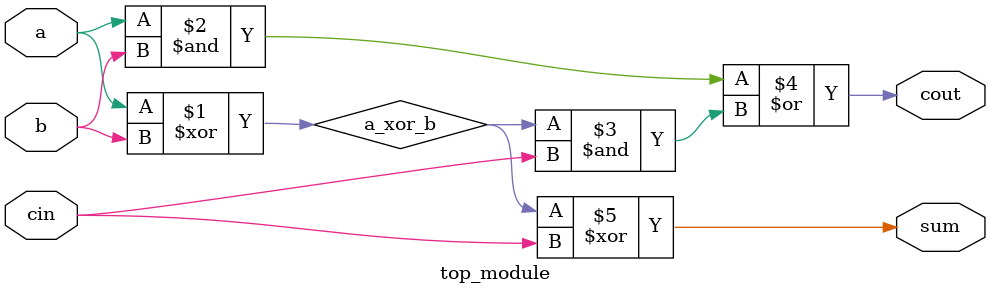
<source format=v>
module top_module( 
    input a, b, cin,
    output cout, sum );

    wire a_xor_b = a ^ b;
    assign cout = (a & b) | (a_xor_b & cin);
    assign sum = a_xor_b ^ cin;
endmodule

</source>
